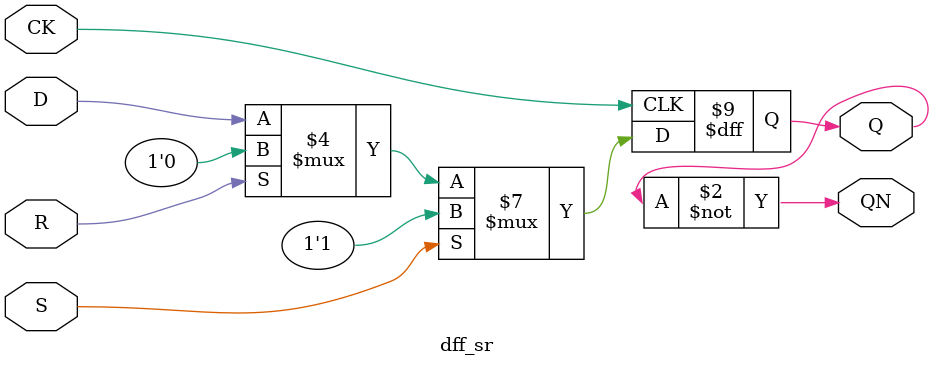
<source format=v>
module dff_sr (CK, D, S, R, Q, QN);
input  CK ;
input  D ;
input  S ;
input  R ;
output Q ;
output QN ;
reg    Q ;

always @(posedge CK)
begin
   if (S)
      Q <= 1'b1;
   else if (R)
      Q <= 1'b0;
   else
      Q <= D;
end

assign QN = ~Q;

endmodule
</source>
